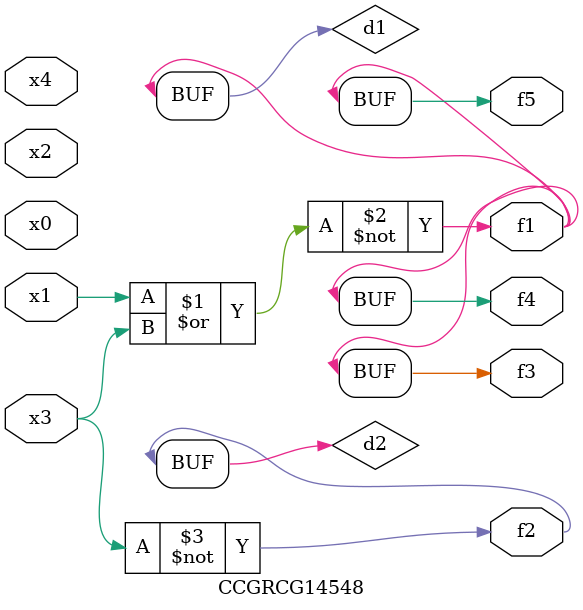
<source format=v>
module CCGRCG14548(
	input x0, x1, x2, x3, x4,
	output f1, f2, f3, f4, f5
);

	wire d1, d2;

	nor (d1, x1, x3);
	not (d2, x3);
	assign f1 = d1;
	assign f2 = d2;
	assign f3 = d1;
	assign f4 = d1;
	assign f5 = d1;
endmodule

</source>
